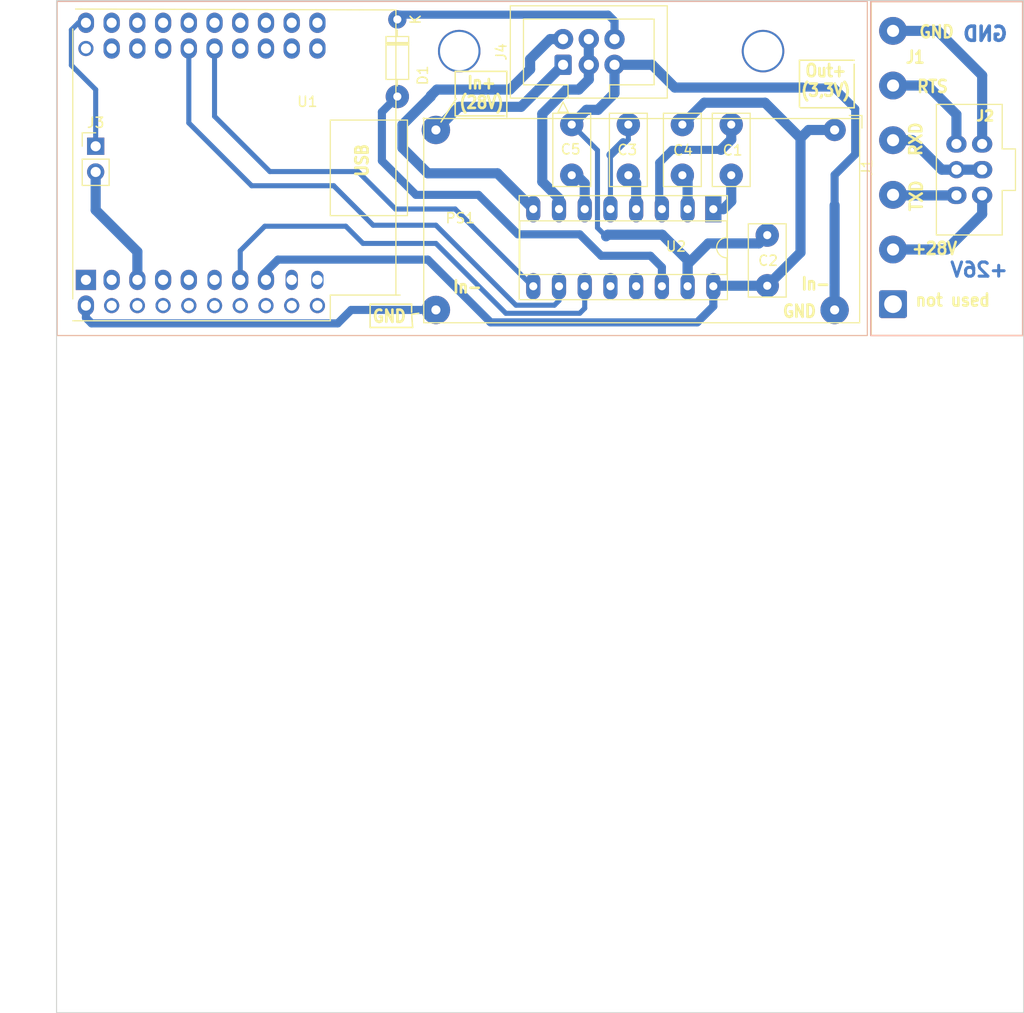
<source format=kicad_pcb>
(kicad_pcb (version 20211014) (generator pcbnew)
  (layers (0 "F.Cu" signal) (31 "B.Cu" signal) (34 "B.Paste" user) (35 "F.Paste" user) (36 "B.SilkS" user "B.Silkscreen") (37 "F.SilkS" user "F.Silkscreen") (38 "B.Mask" user) (39 "F.Mask" user) (44 "Edge.Cuts" user))
  (net 0 "")
  (net 1 "Net-(C1-Pad1)")
  (net 2 "Net-(C1-Pad2)")
  (net 3 "Net-(C3-Pad1)")
  (net 4 "Net-(C5-Pad2)")
  (net 5 "+3V3")
  (net 6 "Net-(C3-Pad2)")
  (net 7 "GND")
  (net 8 "Net-(C4-Pad2)")
  (net 9 "Net-(D1-Pad2)")
  (net 10 "+26V")
  (net 11 "Net-(J2-Pad6)")
  (net 12 "Net-(U1-Pad7)")
  (net 14 "Net-(U1-Pad25)")
  (net 15 "Net-(U1-Pad26)")
  (net 18 "Net-(D1-Pad1)")
  (net 51 "Net-(J1-Pad2)")
  (net 52 "Net-(J4-Pad2)")
  (net 53 "Net-(J4-Pad3)")
  (net 54 "Net-(J1-Pad3)")
  (net 55 "Net-(J1-Pad4)")
  (net 56 "Net-(J3-Pad2)")
  (footprint "Connector_Wire:SolderWire-1sqmm_1x06_P5.4mm_D1.4mm_OD2.7mm" (layer "F.Cu") (at 133.6 65 90)
    (fp_text reference "J1" (at 13.5 -2.58 90) (layer "F.SilkS"))
    (fp_text value "Conn_01x06_Male")
    (pad "1" thru_hole roundrect (at 0 0 90) (size 2.75 2.75) (drill 1.75) (layers *.Cu *.Mask) (roundrect_rratio 0.090909))
    (pad "2" thru_hole circle (at 5.4 0 90) (size 2.75 2.75) (drill 1.2) (layers *.Cu *.Mask) (net 51 "Net-(J1-Pad2)"))
    (pad "3" thru_hole circle (at 10.8 0 90) (size 2.75 2.75) (drill 1.2) (layers *.Cu *.Mask) (net 54 "Net-(J1-Pad3)"))
    (pad "4" thru_hole circle (at 16.2 0 90) (size 2.75 2.75) (drill 1.2) (layers *.Cu *.Mask) (net 55 "Net-(J1-Pad4)"))
    (pad "5" thru_hole circle (at 21.6 0 90) (size 2.75 2.75) (drill 1.2) (layers *.Cu *.Mask) (net 11 "Net-(J2-Pad6)"))
    (pad "6" thru_hole circle (at 27 0 90) (size 2.75 2.75) (drill 1.2) (layers *.Cu *.Mask) (net 7 "GND"))
  )
  (footprint "Connector_PinHeader_2.54mm:PinHeader_1x02_P2.54mm_Vertical" (layer "F.Cu") (at 54.8625 49.4)
    (fp_text reference "J3" (at 0 -2.33) (layer "F.SilkS"))
    (fp_text value "Conn_01x02_Male")
    (fp_line (start -1.33 3.87) (end 1.33 3.87) (layer "F.SilkS") (width 0.12))
    (fp_line (start -1.33 1.27) (end 1.33 1.27) (layer "F.SilkS") (width 0.12))
    (fp_line (start -1.33 -1.33) (end 0 -1.33) (layer "F.SilkS") (width 0.12))
    (fp_line (start -1.33 1.27) (end -1.33 3.87) (layer "F.SilkS") (width 0.12))
    (fp_line (start 1.33 1.27) (end 1.33 3.87) (layer "F.SilkS") (width 0.12))
    (fp_line (start -1.33 0) (end -1.33 -1.33) (layer "F.SilkS") (width 0.12))
    (pad "1" thru_hole rect (at 0 0) (size 1.7 1.7) (drill 1) (layers *.Cu *.Mask) (net 7 "GND"))
    (pad "2" thru_hole oval (at 0 2.54) (size 1.7 1.7) (drill 1) (layers *.Cu *.Mask) (net 56 "Net-(J3-Pad2)"))
  )
  (footprint "Capacitor_THT:C_Rect_L7.0mm_W3.5mm_P5.00mm" (layer "F.Cu") (at 101.8745 47.258 -90)
    (fp_text reference "C5" (at 2.442 0.112 180) (layer "F.SilkS"))
    (fp_text value "100nF")
    (fp_line (start 6.12 -1.87) (end 6.12 1.87) (layer "F.SilkS") (width 0.12))
    (fp_line (start -1.12 -1.87) (end -1.12 1.87) (layer "F.SilkS") (width 0.12))
    (fp_line (start -1.12 1.87) (end 6.12 1.87) (layer "F.SilkS") (width 0.12))
    (fp_line (start -1.12 -1.87) (end 6.12 -1.87) (layer "F.SilkS") (width 0.12))
    (pad "1" thru_hole circle (at 0 0 270) (size 2.3 2.3) (drill 0.8) (layers *.Cu *.Mask) (net 7 "GND"))
    (pad "2" thru_hole circle (at 5 0 270) (size 2.3 2.3) (drill 0.8) (layers *.Cu *.Mask) (net 4 "Net-(C5-Pad2)"))
  )
  (footprint "Diode_THT:D_DO-35_SOD27_P7.62mm_Horizontal" (layer "F.Cu") (at 84.6505 36.8675 -90)
    (fp_text reference "D1" (at 5.5325 -2.512 -270) (layer "F.SilkS"))
    (fp_text value "1N4148")
    (fp_text user "K" (at 0 -1.8 -270) (layer "F.SilkS"))
    (fp_line (start 5.93 1.12) (end 5.93 -1.12) (layer "F.SilkS") (width 0.12))
    (fp_line (start 1.04 0) (end 1.69 0) (layer "F.SilkS") (width 0.12))
    (fp_line (start 2.41 -1.12) (end 2.41 1.12) (layer "F.SilkS") (width 0.12))
    (fp_line (start 2.29 -1.12) (end 2.29 1.12) (layer "F.SilkS") (width 0.12))
    (fp_line (start 6.58 0) (end 5.93 0) (layer "F.SilkS") (width 0.12))
    (fp_line (start 2.53 -1.12) (end 2.53 1.12) (layer "F.SilkS") (width 0.12))
    (fp_line (start 1.69 -1.12) (end 1.69 1.12) (layer "F.SilkS") (width 0.12))
    (fp_line (start 1.69 1.12) (end 5.93 1.12) (layer "F.SilkS") (width 0.12))
    (fp_line (start 5.93 -1.12) (end 1.69 -1.12) (layer "F.SilkS") (width 0.12))
    (pad "1" thru_hole circle (at 0 0 270) (size 1.8 1.8) (drill 0.8) (layers *.Cu *.Mask) (net 18 "Net-(D1-Pad1)"))
    (pad "2" thru_hole circle (at 7.62 0 270) (size 2.3 2.3) (drill 0.8) (layers *.Cu *.Mask) (net 9 "Net-(D1-Pad2)"))
  )
  (footprint "ESP32_MC_Module:ESP32_D1_mini" (layer "F.Cu") (at 53.9 65.1425 90)
    (fp_text reference "U1" (at 20.1425 21.8625 180) (layer "F.SilkS"))
    (fp_text value "ESP32_D1_Mini Module")
    (fp_line (start 18.33 24.13) (end 18.33 31.75) (layer "F.SilkS") (width 0.12))
    (fp_line (start 8.89 24.13) (end 8.89 31.75) (layer "F.SilkS") (width 0.12))
    (fp_line (start -1.5 24.13) (end 1.04 24.13) (layer "F.SilkS") (width 0.12))
    (fp_line (start 1.04 24.13) (end 1.04 31.03) (layer "F.SilkS") (width 0.12))
    (fp_line (start 8.89 24.13) (end 18.33 24.13) (layer "F.SilkS") (width 0.12))
    (fp_line (start 1.04 30.61) (end 29.21 30.61) (layer "F.SilkS") (width 0.12))
    (fp_line (start -1.5 24.13) (end -1.5 -1.3) (layer "F.SilkS") (width 0.12))
    (fp_line (start 8.89 31.75) (end 18.33 31.75) (layer "F.SilkS") (width 0.12))
    (fp_line (start 27.34 -1.3) (end 0.66 -1.3) (layer "F.SilkS") (width 0.12))
    (fp_line (start 29.21 30.61) (end 29.3 -1.025) (layer "F.SilkS") (width 0.12))
    (pad "1" thru_hole rect (at 2.54 0 90) (size 2 2) (drill 1) (layers *.Cu *.Mask))
    (pad "2" thru_hole oval (at 2.54 2.54 90) (size 2 1.6) (drill 1) (layers *.Cu *.Mask))
    (pad "3" thru_hole oval (at 2.54 5.08 90) (size 2 1.6) (drill 1) (layers *.Cu *.Mask) (net 56 "Net-(J3-Pad2)"))
    (pad "4" thru_hole oval (at 2.54 7.62 90) (size 2 1.6) (drill 1) (layers *.Cu *.Mask))
    (pad "5" thru_hole oval (at 2.54 10.16 90) (size 2 1.6) (drill 1) (layers *.Cu *.Mask))
    (pad "6" thru_hole oval (at 2.54 12.7 90) (size 2 1.4) (drill 1) (layers *.Cu *.Mask))
    (pad "7" thru_hole oval (at 2.54 15.24 90) (size 2 1.6) (drill 1) (layers *.Cu *.Mask) (net 12 "Net-(U1-Pad7)"))
    (pad "8" thru_hole oval (at 2.54 17.78 90) (size 2 1.6) (drill 1) (layers *.Cu *.Mask) (net 5 "+3V3"))
    (pad "9" thru_hole oval (at 2.54 20.32 90) (size 2 1.2) (drill 1) (layers *.Cu *.Mask))
    (pad "10" thru_hole oval (at 2.54 22.86 90) (size 1.8 1.2) (drill 1) (layers *.Cu *.Mask))
    (pad "11" thru_hole oval (at 0 0 90) (size 2 1.6) (drill 1) (layers *.Cu *.Mask) (net 7 "GND"))
    (pad "12" thru_hole oval (at 0 2.54 90) (size 1.5 1.5) (drill 1) (layers *.Cu *.Mask))
    (pad "13" thru_hole oval (at 0 5.08 90) (size 1.5 1.5) (drill 1) (layers *.Cu *.Mask))
    (pad "14" thru_hole oval (at 0 7.62 90) (size 1.5 1.5) (drill 1) (layers *.Cu *.Mask))
    (pad "15" thru_hole oval (at 0 10.16 90) (size 1.5 1.5) (drill 1) (layers *.Cu *.Mask))
    (pad "16" thru_hole oval (at 0 12.7 90) (size 1.5 1.5) (drill 1) (layers *.Cu *.Mask))
    (pad "17" thru_hole oval (at 0 15.24 90) (size 1.5 1.5) (drill 1) (layers *.Cu *.Mask))
    (pad "18" thru_hole oval (at 0 17.78 90) (size 1.5 1.5) (drill 1) (layers *.Cu *.Mask))
    (pad "19" thru_hole oval (at 0 20.32 90) (size 1.5 1.5) (drill 1) (layers *.Cu *.Mask))
    (pad "20" thru_hole oval (at 0 22.86 90) (size 1.5 1.5) (drill 1) (layers *.Cu *.Mask))
    (pad "21" thru_hole oval (at 25.4 0 90) (size 1.5 1.5) (drill 1) (layers *.Cu *.Mask))
    (pad "22" thru_hole oval (at 25.4 2.54 90) (size 2 1.6) (drill 1) (layers *.Cu *.Mask))
    (pad "23" thru_hole oval (at 25.4 5.08 90) (size 2 1.6) (drill 1) (layers *.Cu *.Mask))
    (pad "24" thru_hole oval (at 25.4 7.62 90) (size 2 1.6) (drill 1) (layers *.Cu *.Mask))
    (pad "25" thru_hole oval (at 25.4 10.16 90) (size 2 1.6) (drill 1) (layers *.Cu *.Mask) (net 14 "Net-(U1-Pad25)"))
    (pad "26" thru_hole oval (at 25.4 12.7 90) (size 2 1.6) (drill 1) (layers *.Cu *.Mask) (net 15 "Net-(U1-Pad26)"))
    (pad "27" thru_hole oval (at 25.4 15.24 90) (size 2 1.6) (drill 1) (layers *.Cu *.Mask) (net 7 "GND"))
    (pad "28" thru_hole oval (at 25.4 17.78 90) (size 2 1.6) (drill 1) (layers *.Cu *.Mask))
    (pad "29" thru_hole oval (at 25.4 20.32 90) (size 2 1.6) (drill 1) (layers *.Cu *.Mask))
    (pad "30" thru_hole oval (at 25.4 22.86 90) (size 2 1.6) (drill 1) (layers *.Cu *.Mask))
    (pad "31" thru_hole oval (at 27.94 0 90) (size 2 1.6) (drill 1) (layers *.Cu *.Mask) (net 7 "GND"))
    (pad "32" thru_hole oval (at 27.94 2.54 90) (size 2 1.6) (drill 1) (layers *.Cu *.Mask))
    (pad "33" thru_hole oval (at 27.94 5.08 90) (size 2 1.6) (drill 1) (layers *.Cu *.Mask))
    (pad "34" thru_hole oval (at 27.94 7.62 90) (size 2 1.6) (drill 1) (layers *.Cu *.Mask))
    (pad "35" thru_hole oval (at 27.94 10.16 90) (size 2 1.6) (drill 1) (layers *.Cu *.Mask))
    (pad "36" thru_hole oval (at 27.94 12.7 90) (size 2 1.6) (drill 1) (layers *.Cu *.Mask))
    (pad "37" thru_hole oval (at 27.94 15.24 90) (size 2 1.6) (drill 1) (layers *.Cu *.Mask))
    (pad "38" thru_hole oval (at 27.94 17.78 90) (size 2 1.6) (drill 1) (layers *.Cu *.Mask))
    (pad "39" thru_hole oval (at 27.94 20.32 90) (size 2 1.6) (drill 1) (layers *.Cu *.Mask))
    (pad "40" thru_hole oval (at 27.94 22.86 90) (size 2 1.6) (drill 1) (layers *.Cu *.Mask))
  )
  (footprint "Capacitor_THT:C_Rect_L7.0mm_W3.5mm_P5.00mm" (layer "F.Cu") (at 107.4625 52.258 90)
    (fp_text reference "C3" (at 2.5 -0.1 180) (layer "F.SilkS"))
    (fp_text value "100nF")
    (fp_line (start -1.12 1.87) (end 6.12 1.87) (layer "F.SilkS") (width 0.12))
    (fp_line (start 6.12 -1.87) (end 6.12 1.87) (layer "F.SilkS") (width 0.12))
    (fp_line (start -1.12 -1.87) (end 6.12 -1.87) (layer "F.SilkS") (width 0.12))
    (fp_line (start -1.12 -1.87) (end -1.12 1.87) (layer "F.SilkS") (width 0.12))
    (pad "1" thru_hole circle (at 0 0 90) (size 2.3 2.3) (drill 0.8) (layers *.Cu *.Mask) (net 3 "Net-(C3-Pad1)"))
    (pad "2" thru_hole circle (at 5 0 90) (size 2.3 2.3) (drill 0.8) (layers *.Cu *.Mask) (net 6 "Net-(C3-Pad2)"))
  )
  (footprint "Connector_IDC:IDC-Header_2x03_P2.54mm_Vertical" (layer "F.Cu") (at 142.4 54.254 180)
    (fp_text reference "J2" (at -0.3 7.854 180) (layer "F.SilkS") (effects (font (thickness 0.25))))
    (fp_text value "Conn_02x03")
    (fp_line (start -1.98 4.59) (end -3.29 4.59) (layer "F.SilkS") (width 0.12))
    (fp_line (start -3.29 0.49) (end -3.29 4.59) (layer "F.SilkS") (width 0.12))
    (fp_line (start -1.98 4.59) (end -1.98 4.59) (layer "F.SilkS") (width 0.12))
    (fp_line (start -3.29 0.49) (end -1.98 0.49) (layer "F.SilkS") (width 0.12))
    (fp_line (start 4.52 -3.91) (end 4.52 8.99) (layer "F.SilkS") (width 0.12))
    (fp_line (start -1.98 8.99) (end -1.98 4.59) (layer "F.SilkS") (width 0.12))
    (fp_line (start 4.52 8.99) (end -1.98 8.99) (layer "F.SilkS") (width 0.12))
    (fp_line (start -1.98 -3.91) (end 4.52 -3.91) (layer "F.SilkS") (width 0.12))
    (fp_line (start -1.98 0.49) (end -1.98 -3.91) (layer "F.SilkS") (width 0.12))
    (pad "1" thru_hole oval (at 0 0 180) (size 2 1.7) (drill 1) (layers *.Cu *.Mask) (net 51 "Net-(J1-Pad2)"))
    (pad "2" thru_hole oval (at 2.54 0 180) (size 2 1.7) (drill 1) (layers *.Cu *.Mask) (net 54 "Net-(J1-Pad3)"))
    (pad "3" thru_hole oval (at 0 2.54 180) (size 2 1.7) (drill 1) (layers *.Cu *.Mask) (net 55 "Net-(J1-Pad4)"))
    (pad "4" thru_hole circle (at 2.54 2.54 180) (size 1.7 1.7) (drill 1) (layers *.Cu *.Mask) (net 55 "Net-(J1-Pad4)"))
    (pad "5" thru_hole oval (at 0 5.08 180) (size 2 1.7) (drill 1) (layers *.Cu *.Mask) (net 7 "GND"))
    (pad "6" thru_hole oval (at 2.54 5.08 180) (size 2 1.7) (drill 1) (layers *.Cu *.Mask) (net 11 "Net-(J2-Pad6)"))
  )
  (footprint "" (layer "F.Cu") (at 90.7625 40)
    (fp_text reference "" (at 0 0) (layer "F.SilkS") (effects (font (size 1.27 1.27))))
    (fp_text value "" (at 0 0) (layer "F.SilkS") (effects (font (size 1.27 1.27))))
    (pad "1" thru_hole circle (at 0 0 270) (size 4.2 4.2) (drill 3.8) (layers *.Cu *.Mask) (net 5 "+3V3"))
  )
  (footprint "Connector_IDC:IDC-Header_2x03_P2.54mm_Vertical" (layer "F.Cu") (at 101.0175 41.3525 90)
    (fp_text reference "J4" (at 1.27 -6.1 90) (layer "F.SilkS"))
    (fp_text value "Conn_02x03")
    (fp_line (start -3.29 10.29) (end -3.29 -5.21) (layer "F.SilkS") (width 0.12))
    (fp_line (start -1.98 4.59) (end -3.29 4.59) (layer "F.SilkS") (width 0.12))
    (fp_line (start 5.83 10.29) (end -3.29 10.29) (layer "F.SilkS") (width 0.12))
    (fp_line (start -1.98 8.99) (end -1.98 4.59) (layer "F.SilkS") (width 0.12))
    (fp_line (start -1.98 0.49) (end -1.98 -3.91) (layer "F.SilkS") (width 0.12))
    (fp_line (start -3.29 -5.21) (end 5.83 -5.21) (layer "F.SilkS") (width 0.12))
    (fp_line (start -4.68 -0.5) (end -4.68 0.5) (layer "F.SilkS") (width 0.12))
    (fp_line (start -3.68 0) (end -4.68 -0.5) (layer "F.SilkS") (width 0.12))
    (fp_line (start 4.52 -3.91) (end 4.52 8.99) (layer "F.SilkS") (width 0.12))
    (fp_line (start -4.68 0.5) (end -3.68 0) (layer "F.SilkS") (width 0.12))
    (fp_line (start -1.98 4.59) (end -1.98 4.59) (layer "F.SilkS") (width 0.12))
    (fp_line (start -3.29 0.49) (end -1.98 0.49) (layer "F.SilkS") (width 0.12))
    (fp_line (start 5.83 -5.21) (end 5.83 10.29) (layer "F.SilkS") (width 0.12))
    (fp_line (start 4.52 8.99) (end -1.98 8.99) (layer "F.SilkS") (width 0.12))
    (fp_line (start -1.98 -3.91) (end 4.52 -3.91) (layer "F.SilkS") (width 0.12))
    (pad "1" thru_hole roundrect (at 0 0 90) (size 2 1.7) (drill 1) (layers *.Cu *.Mask) (roundrect_rratio 0.147059) (net 10 "+26V"))
    (pad "2" thru_hole circle (at 2.54 0 90) (size 2 2) (drill 1) (layers *.Cu *.Mask) (net 52 "Net-(J4-Pad2)"))
    (pad "3" thru_hole circle (at 0 2.54 90) (size 2 2) (drill 1) (layers *.Cu *.Mask) (net 53 "Net-(J4-Pad3)"))
    (pad "4" thru_hole circle (at 2.54 2.54 90) (size 2 2) (drill 1) (layers *.Cu *.Mask) (net 53 "Net-(J4-Pad3)"))
    (pad "5" thru_hole circle (at 0 5.08 90) (size 2 2) (drill 1) (layers *.Cu *.Mask) (net 7 "GND"))
    (pad "6" thru_hole circle (at 2.54 5.08 90) (size 2 2) (drill 1) (layers *.Cu *.Mask) (net 18 "Net-(D1-Pad1)"))
  )
  (footprint "Capacitor_THT:C_Rect_L7.0mm_W3.5mm_P5.00mm" (layer "F.Cu") (at 117.6225 52.258 90)
    (fp_text reference "C1" (at 2.458 0.14 180) (layer "F.SilkS"))
    (fp_text value "100nF")
    (fp_line (start -1.12 -1.87) (end -1.12 1.87) (layer "F.SilkS") (width 0.12))
    (fp_line (start -1.12 -1.87) (end 6.12 -1.87) (layer "F.SilkS") (width 0.12))
    (fp_line (start 6.12 -1.87) (end 6.12 1.87) (layer "F.SilkS") (width 0.12))
    (fp_line (start -1.12 1.87) (end 6.12 1.87) (layer "F.SilkS") (width 0.12))
    (pad "1" thru_hole circle (at 0 0 90) (size 2.3 2.3) (drill 0.8) (layers *.Cu *.Mask) (net 1 "Net-(C1-Pad1)"))
    (pad "2" thru_hole circle (at 5 0 90) (size 2.3 2.3) (drill 0.8) (layers *.Cu *.Mask) (net 2 "Net-(C1-Pad2)"))
  )
  (footprint "Package_DIP:DIP-16_W7.62mm_Socket" (layer "F.Cu") (at 115.8545 55.61 -90)
    (fp_text reference "U2" (at 3.69 3.692 180) (layer "F.SilkS"))
    (fp_text value "MAX3232")
    (fp_line (start 1.16 19.11) (end 6.46 19.11) (layer "F.SilkS") (width 0.12))
    (fp_line (start -1.33 19.17) (end 8.95 19.17) (layer "F.SilkS") (width 0.12))
    (fp_line (start 6.46 -1.33) (end 4.81 -1.33) (layer "F.SilkS") (width 0.12))
    (fp_line (start 2.81 -1.33) (end 1.16 -1.33) (layer "F.SilkS") (width 0.12))
    (fp_line (start 8.95 -1.39) (end -1.33 -1.39) (layer "F.SilkS") (width 0.12))
    (fp_line (start 1.16 -1.33) (end 1.16 19.11) (layer "F.SilkS") (width 0.12))
    (fp_line (start 6.46 19.11) (end 6.46 -1.33) (layer "F.SilkS") (width 0.12))
    (fp_line (start 8.95 19.17) (end 8.95 -1.39) (layer "F.SilkS") (width 0.12))
    (fp_line (start -1.33 -1.39) (end -1.33 19.17) (layer "F.SilkS") (width 0.12))
    (fp_arc (start 4.81 -1.33) (mid 3.81 -0.33) (end 2.81 -1.33) (layer "F.SilkS") (width 0.12))
    (pad "1" thru_hole rect (at 0 0 270) (size 2.6 1.6) (drill 0.8) (layers *.Cu *.Mask) (net 1 "Net-(C1-Pad1)"))
    (pad "2" thru_hole oval (at 0 2.54 270) (size 2.6 1.4) (drill 0.8) (layers *.Cu *.Mask) (net 8 "Net-(C4-Pad2)"))
    (pad "3" thru_hole oval (at 0 5.08 270) (size 2.6 1.4) (drill 0.8) (layers *.Cu *.Mask) (net 2 "Net-(C1-Pad2)"))
    (pad "4" thru_hole oval (at 0 7.62 270) (size 2.6 1.4) (drill 0.8) (layers *.Cu *.Mask) (net 3 "Net-(C3-Pad1)"))
    (pad "5" thru_hole oval (at 0 10.16 270) (size 2.6 1.4) (drill 0.8) (layers *.Cu *.Mask) (net 6 "Net-(C3-Pad2)"))
    (pad "6" thru_hole oval (at 0 12.7 270) (size 2.6 1.4) (drill 0.8) (layers *.Cu *.Mask) (net 4 "Net-(C5-Pad2)"))
    (pad "7" thru_hole oval (at 0 15.24 270) (size 2.6 1.4) (drill 0.8) (layers *.Cu *.Mask) (net 53 "Net-(J4-Pad3)"))
    (pad "8" thru_hole oval (at 0 17.78 270) (size 2.6 1.4) (drill 0.8) (layers *.Cu *.Mask) (net 52 "Net-(J4-Pad2)"))
    (pad "9" thru_hole oval (at 7.62 17.78 270) (size 2.6 1.4) (drill 0.8) (layers *.Cu *.Mask) (net 15 "Net-(U1-Pad26)"))
    (pad "10" thru_hole oval (at 7.62 15.24 270) (size 2.6 1.4) (drill 0.8) (layers *.Cu *.Mask) (net 14 "Net-(U1-Pad25)"))
    (pad "11" thru_hole oval (at 7.62 12.7 270) (size 2.6 1.4) (drill 0.8) (layers *.Cu *.Mask) (net 12 "Net-(U1-Pad7)"))
    (pad "12" thru_hole oval (at 7.62 10.16 270) (size 2.6 1.4) (drill 0.8) (layers *.Cu *.Mask))
    (pad "13" thru_hole oval (at 7.62 7.62 270) (size 2.6 1.4) (drill 0.8) (layers *.Cu *.Mask))
    (pad "14" thru_hole oval (at 7.62 5.08 270) (size 2.6 1.4) (drill 0.8) (layers *.Cu *.Mask) (net 9 "Net-(D1-Pad2)"))
    (pad "15" thru_hole oval (at 7.62 2.54 270) (size 2.6 1.4) (drill 0.8) (layers *.Cu *.Mask) (net 7 "GND"))
    (pad "16" thru_hole oval (at 7.62 0 270) (size 2.6 1.4) (drill 0.8) (layers *.Cu *.Mask) (net 5 "+3V3"))
  )
  (footprint "Capacitor_THT:C_Rect_L7.0mm_W3.5mm_P5.00mm" (layer "F.Cu") (at 112.7965 47.258 -90)
    (fp_text reference "C4" (at 2.542 -0.066 180) (layer "F.SilkS"))
    (fp_text value "100nF")
    (fp_line (start -1.12 -1.87) (end -1.12 1.87) (layer "F.SilkS") (width 0.12))
    (fp_line (start -1.12 1.87) (end 6.12 1.87) (layer "F.SilkS") (width 0.12))
    (fp_line (start 6.12 -1.87) (end 6.12 1.87) (layer "F.SilkS") (width 0.12))
    (fp_line (start -1.12 -1.87) (end 6.12 -1.87) (layer "F.SilkS") (width 0.12))
    (pad "1" thru_hole circle (at 0 0 270) (size 2.3 2.3) (drill 0.8) (layers *.Cu *.Mask) (net 5 "+3V3"))
    (pad "2" thru_hole circle (at 5 0 270) (size 2.3 2.3) (drill 0.8) (layers *.Cu *.Mask) (net 8 "Net-(C4-Pad2)"))
  )
  (footprint "" (layer "F.Cu") (at 120.7625 40)
    (fp_text reference "" (at 0 0) (layer "F.SilkS") (effects (font (size 1.27 1.27))))
    (fp_text value "" (at 0 0) (layer "F.SilkS") (effects (font (size 1.27 1.27))))
    (pad "1" thru_hole circle (at 0 0 270) (size 4.2 4.2) (drill 3.8) (layers *.Cu *.Mask) (net 5 "+3V3"))
  )
  (footprint "ESP32_MC_Module:DCDC-StepDown-LM2596-THT" (layer "F.Cu") (at 127.8305 47.7895 -90)
    (fp_text reference "PS1" (at 8.7105 36.968 180) (layer "F.SilkS"))
    (fp_text value "StepDownModule-LM2596")
    (fp_line (start -1.13 -2.4) (end -1.13 40.64) (layer "F.SilkS") (width 0.12))
    (fp_line (start 19.05 -2.47) (end 19.05 40.57) (layer "F.SilkS") (width 0.12))
    (fp_line (start -1.43 -2.7) (end -1.43 -1.45) (layer "F.SilkS") (width 0.12))
    (fp_line (start -1.2 40.57) (end 19.05 40.57) (layer "F.SilkS") (width 0.12))
    (fp_line (start -0.18 -2.7) (end -1.43 -2.7) (layer "F.SilkS") (width 0.12))
    (fp_line (start -1.2 -2.47) (end 19.05 -2.47) (layer "F.SilkS") (width 0.12))
    (pad "1" thru_hole circle (at 0 0 270) (size 2.2 2.2) (drill 0.9) (layers *.Cu *.Mask) (net 5 "+3V3"))
    (pad "2" thru_hole circle (at 17.78 0 270) (size 2.8 2.8) (drill 0.9) (layers *.Cu *.Mask) (net 7 "GND"))
    (pad "3" thru_hole circle (at 0 39.37 270) (size 2.8 2.8) (drill 0.9) (layers *.Cu *.Mask) (net 10 "+26V"))
    (pad "4" thru_hole circle (at 17.78 39.37 270) (size 2.8 2.8) (drill 0.9) (layers *.Cu *.Mask) (net 7 "GND"))
  )
  (footprint "Capacitor_THT:C_Rect_L7.0mm_W3.5mm_P5.00mm" (layer "F.Cu") (at 121.1785 58.18 -90)
    (fp_text reference "C2" (at 2.52 -0.084 180) (layer "F.SilkS"))
    (fp_text value "100nF")
    (fp_line (start -1.12 -1.87) (end -1.12 1.87) (layer "F.SilkS") (width 0.12))
    (fp_line (start 6.12 -1.87) (end 6.12 1.87) (layer "F.SilkS") (width 0.12))
    (fp_line (start -1.12 1.87) (end 6.12 1.87) (layer "F.SilkS") (width 0.12))
    (fp_line (start -1.12 -1.87) (end 6.12 -1.87) (layer "F.SilkS") (width 0.12))
    (pad "1" thru_hole circle (at 0 0 270) (size 2.3 2.3) (drill 0.8) (layers *.Cu *.Mask) (net 7 "GND"))
    (pad "2" thru_hole circle (at 5 0 270) (size 2.3 2.3) (drill 0.8) (layers *.Cu *.Mask) (net 5 "+3V3"))
  )
  (gr_rect (start 51.0625 35.1) (end 131.0625 68.1) (layer "B.SilkS") (width 0.1) (fill none))
  (gr_rect (start 131.4 68.1) (end 146.4 35.1) (layer "B.SilkS") (width 0.15) (fill none))
  (gr_line (start 81.9625 67.3) (end 81.9625 65) (layer "F.SilkS") (width 0.15))
  (gr_line (start 90.3625 46.4) (end 95.2625 46.4) (layer "F.SilkS") (width 0.15))
  (gr_line (start 90.3625 44.7) (end 90.3625 42) (layer "F.SilkS") (width 0.15))
  (gr_line (start 129.7625 45.6) (end 129.7625 41.3) (layer "F.SilkS") (width 0.15))
  (gr_line (start 86.0625 65) (end 86.0625 65.8) (layer "F.SilkS") (width 0.15))
  (gr_line (start 90.3625 42) (end 95.4625 42) (layer "F.SilkS") (width 0.15))
  (gr_line (start 124.3625 45.5) (end 124.3625 40.9) (layer "F.SilkS") (width 0.15))
  (gr_line (start 86.0625 66) (end 86.7625 65.9) (layer "F.SilkS") (width 0.15))
  (gr_rect (start 51.0625 35.1) (end 131.0625 68.1) (layer "F.SilkS") (width 0.1) (fill none))
  (gr_line (start 81.9625 65) (end 86.0625 65) (layer "F.SilkS") (width 0.15))
  (gr_line (start 95.4625 42) (end 95.4625 46.5) (layer "F.SilkS") (width 0.15))
  (gr_line (start 124.3625 40.9) (end 129.7625 40.9) (layer "F.SilkS") (width 0.15))
  (gr_line (start 81.9625 67.3) (end 86.1625 67.3) (layer "F.SilkS") (width 0.15))
  (gr_line (start 90.4625 44.7) (end 88.9625 47) (layer "F.SilkS") (width 0.15))
  (gr_rect (start 131.4405 68.1) (end 146.4405 35.1) (layer "F.SilkS") (width 0.15) (fill none))
  (gr_line (start 124.4625 45.6) (end 129.7625 45.6) (layer "F.SilkS") (width 0.15))
  (gr_line (start 90.3625 45.1) (end 90.3625 46.4) (layer "F.SilkS") (width 0.15))
  (gr_line (start 86.1625 67.3) (end 86.0625 66) (layer "F.SilkS") (width 0.15))
  (gr_rect (start 51 35) (end 146.5 135) (layer "Edge.Cuts") (width 0.1) (fill none))
  (gr_text "+26V" (at 142.1 61.6) (layer "B.Cu") (effects (font (size 1.4 1.4) (thickness 0.3)) (justify mirror)))
  (gr_text "GND\n" (at 142.7 38.3) (layer "B.Cu") (effects (font (size 1.4 1.4) (thickness 0.35)) (justify mirror)))
  (gr_text "not used\n" (at 139.5 64.6) (layer "F.SilkS") (effects (font (size 1.2 1.1) (thickness 0.25))))
  (gr_text "+28V" (at 137.7 59.5) (layer "F.SilkS") (effects (font (size 1.2 1.1) (thickness 0.25))))
  (gr_text "In+\n(28V)" (at 92.9625 44.1) (layer "F.SilkS") (effects (font (size 1.2 1.05) (thickness 0.2625))))
  (gr_text "TXD" (at 135.9 54.3 90) (layer "F.SilkS") (effects (font (size 1.2 1.1) (thickness 0.25))))
  (gr_text "In-" (at 125.9625 63) (layer "F.SilkS") (effects (font (size 1.2 1.05) (thickness 0.2625))))
  (gr_text "J1" (at 135.8 40.6) (layer "F.SilkS") (effects (font (size 1.2 1.05) (thickness 0.25))))
  (gr_text "RTS" (at 137.5 43.5) (layer "F.SilkS") (effects (font (size 1.2 1.1) (thickness 0.25))))
  (gr_text "GND" (at 83.8625 66.2) (layer "F.SilkS") (effects (font (size 1.2 1.05) (thickness 0.2625))))
  (gr_text "GND" (at 124.3625 65.7) (layer "F.SilkS") (effects (font (size 1.2 1.05) (thickness 0.2625))))
  (gr_text "RXD" (at 135.85 48.7 90) (layer "F.SilkS") (effects (font (size 1.2 1.1) (thickness 0.25))))
  (gr_text "USB" (at 81.1625 50.8 90) (layer "F.SilkS") (effects (font (size 1.2 1.05) (thickness 0.2625))))
  (gr_text "GND\n" (at 137.9 38.1) (layer "F.SilkS") (effects (font (size 1.2 1.1) (thickness 0.25))))
  (gr_text "In-" (at 91.5625 63.3) (layer "F.SilkS") (effects (font (size 1.2 1.05) (thickness 0.2625))))
  (gr_text "Out+\n(3,3V)" (at 126.9625 42.9) (layer "F.SilkS") (effects (font (size 1.2 1.05) (thickness 0.2625))))
  (segment (start 115.8545 55.61) (end 116.8505 55.61) (width 1) (layer "B.Cu") (net 1))
  (segment (start 117.6225 54.838) (end 117.6225 52.258) (width 1) (layer "B.Cu") (net 1))
  (segment (start 116.8505 55.61) (end 117.6225 54.838) (width 1) (layer "B.Cu") (net 1))
  (segment (start 110.7645 55.6) (end 110.7745 55.61) (width 0.5) (layer "B.Cu") (net 2))
  (segment (start 110.5105 55.346) (end 110.7645 55.6) (width 0.8) (layer "B.Cu") (net 2))
  (segment (start 116.6065 49.758) (end 111.7805 49.758) (width 0.8) (layer "B.Cu") (net 2))
  (segment (start 110.5105 51.028) (end 110.5105 55.346) (width 0.8) (layer "B.Cu") (net 2))
  (segment (start 117.6225 47.258) (end 117.6225 48.742) (width 1) (layer "B.Cu") (net 2))
  (segment (start 117.6225 48.742) (end 116.6065 49.758) (width 1) (layer "B.Cu") (net 2))
  (segment (start 111.7805 49.758) (end 110.5105 51.028) (width 0.8) (layer "B.Cu") (net 2))
  (segment (start 108.2345 53.03) (end 107.4625 52.258) (width 1) (layer "B.Cu") (net 3))
  (segment (start 107.4625 52.258) (end 107.6765 52.258) (width 1) (layer "B.Cu") (net 3))
  (segment (start 108.2345 55.61) (end 108.2345 53.03) (width 1) (layer "B.Cu") (net 3))
  (segment (start 102.3425 52.258) (end 103.1545 53.07) (width 1) (layer "B.Cu") (net 4))
  (segment (start 101.8745 52.258) (end 102.3425 52.258) (width 1) (layer "B.Cu") (net 4))
  (segment (start 103.1545 53.07) (end 103.1545 55.61) (width 1) (layer "B.Cu") (net 4))
  (segment (start 115.8545 63.23) (end 115.8545 65.208) (width 0.8) (layer "B.Cu") (net 5))
  (segment (start 115.9045 63.18) (end 115.8545 63.23) (width 1) (layer "B.Cu") (net 5))
  (segment (start 112.7965 47.258) (end 114.9545 45.1) (width 1) (layer "B.Cu") (net 5))
  (segment (start 120.9625 45.1) (end 124.4625 48.6) (width 1) (layer "B.Cu") (net 5))
  (segment (start 114.2625 66.8) (end 93.8625 66.8) (width 0.8) (layer "B.Cu") (net 5))
  (segment (start 125.273 47.7895) (end 124.4625 48.6) (width 1) (layer "B.Cu") (net 5))
  (segment (start 71.4625 62.385) (end 71.68 62.6025) (width 0.8) (layer "B.Cu") (net 5))
  (segment (start 124.4625 48.6) (end 124.4625 59.896) (width 1) (layer "B.Cu") (net 5))
  (segment (start 124.4625 59.896) (end 121.1785 63.18) (width 1) (layer "B.Cu") (net 5))
  (segment (start 71.4625 62) (end 71.4625 62.385) (width 0.8) (layer "B.Cu") (net 5))
  (segment (start 114.9545 45.1) (end 120.9625 45.1) (width 1) (layer "B.Cu") (net 5))
  (segment (start 72.8625 60.6) (end 71.4625 62) (width 0.8) (layer "B.Cu") (net 5))
  (segment (start 121.1785 63.18) (end 115.9045 63.18) (width 1) (layer "B.Cu") (net 5))
  (segment (start 127.8305 47.7895) (end 125.273 47.7895) (width 1) (layer "B.Cu") (net 5))
  (segment (start 93.8625 66.8) (end 87.6625 60.6) (width 0.8) (layer "B.Cu") (net 5))
  (segment (start 87.6625 60.6) (end 72.8625 60.6) (width 0.8) (layer "B.Cu") (net 5))
  (segment (start 115.8545 65.208) (end 114.2625 66.8) (width 0.8) (layer "B.Cu") (net 5))
  (segment (start 107.4625 48.742) (end 107.4625 47.258) (width 0.5) (layer "B.Cu") (net 6))
  (segment (start 107.2085 48.996) (end 107.4625 48.742) (width 0.5) (layer "B.Cu") (net 6))
  (segment (start 105.6945 50.256) (end 106.9545 48.996) (width 0.8) (layer "B.Cu") (net 6))
  (segment (start 106.9545 48.996) (end 107.2085 48.996) (width 0.5) (layer "B.Cu") (net 6))
  (segment (start 105.6945 55.61) (end 105.6945 50.256) (width 0.5) (layer "B.Cu") (net 6))
  (segment (start 106.0975 44.165) (end 106.0975 41.3525) (width 1) (layer "B.Cu") (net 7))
  (segment (start 54.4625 66.9) (end 53.9 66.3375) (width 0.8) (layer "B.Cu") (net 7))
  (segment (start 105.4225 58.14) (end 110.8025 58.14) (width 1) (layer "B.Cu") (net 7))
  (segment (start 104.4625 45.8) (end 106.0975 44.165) (width 1) (layer "B.Cu") (net 7))
  (segment (start 129.8625 50.2) (end 129.8625 45.7) (width 0.8) (layer "B.Cu") (net 7))
  (segment (start 115.3625 59) (end 120.3585 59) (width 1) (layer "B.Cu") (net 7))
  (segment (start 80.093 65.5695) (end 78.7625 66.9) (width 0.8) (layer "B.Cu") (net 7))
  (segment (start 78.7625 66.9) (end 54.4625 66.9) (width 0.8) (layer "B.Cu") (net 7))
  (segment (start 127.8305 52.232) (end 129.8625 50.2) (width 0.8) (layer "B.Cu") (net 7))
  (segment (start 53.9 66.3375) (end 53.9 65.1425) (width 0.8) (layer "B.Cu") (net 7))
  (segment (start 105.2625 58.3) (end 104.4145 57.452) (width 0.5) (layer "B.Cu") (net 7))
  (segment (start 52.4625 41.4) (end 54.8625 43.8) (width 0.5) (layer "B.Cu") (net 7))
  (segment (start 88.4605 65.5695) (end 80.093 65.5695) (width 0.8) (layer "B.Cu") (net 7))
  (segment (start 127.8305 65.5695) (end 127.8305 55.232) (width 1) (layer "B.Cu") (net 7))
  (segment (start 138 38) (end 133.6 38) (width 1) (layer "B.Cu") (net 7))
  (segment (start 110.8025 58.14) (end 113.3145 60.652) (width 1) (layer "B.Cu") (net 7))
  (segment (start 101.8745 47.258) (end 103.3325 45.8) (width 1) (layer "B.Cu") (net 7))
  (segment (start 113.3145 61.048) (end 115.3625 59) (width 1) (layer "B.Cu") (net 7))
  (segment (start 120.3585 59) (end 121.1785 58.18) (width 1) (layer "B.Cu") (net 7))
  (segment (start 113.3145 63.23) (end 113.3145 61.048) (width 1) (layer "B.Cu") (net 7))
  (segment (start 103.3325 45.8) (end 104.4625 45.8) (width 1) (layer "B.Cu") (net 7))
  (segment (start 105.2625 58.3) (end 105.4225 58.14) (width 1) (layer "B.Cu") (net 7))
  (segment (start 124.6625 43.6) (end 112.0575 43.6) (width 1) (layer "B.Cu") (net 7))
  (segment (start 112.0575 43.6) (end 109.81 41.3525) (width 1) (layer "B.Cu") (net 7))
  (segment (start 127.7625 43.6) (end 124.6625 43.6) (width 0.8) (layer "B.Cu") (net 7))
  (segment (start 129.8625 45.7) (end 127.7625 43.6) (width 0.8) (layer "B.Cu") (net 7))
  (segment (start 53.16 37.2025) (end 52.4625 37.9) (width 0.5) (layer "B.Cu") (net 7))
  (segment (start 104.4145 57.452) (end 104.4145 49.798) (width 0.5) (layer "B.Cu") (net 7))
  (segment (start 53.9 37.2025) (end 53.16 37.2025) (width 0.5) (layer "B.Cu") (net 7))
  (segment (start 142.4 42.4) (end 138 38) (width 1) (layer "B.Cu") (net 7))
  (segment (start 104.4145 49.798) (end 101.8745 47.258) (width 0.5) (layer "B.Cu") (net 7))
  (segment (start 127.8305 55.232) (end 127.8305 52.232) (width 0.8) (layer "B.Cu") (net 7))
  (segment (start 113.3145 60.652) (end 113.3145 63.23) (width 1) (layer "B.Cu") (net 7))
  (segment (start 54.8625 43.8) (end 54.8625 49.4) (width 0.5) (layer "B.Cu") (net 7))
  (segment (start 109.81 41.3525) (end 106.0975 41.3525) (width 1) (layer "B.Cu") (net 7))
  (segment (start 142.4 49.174) (end 142.4 42.4) (width 1) (layer "B.Cu") (net 7))
  (segment (start 52.4625 37.9) (end 52.4625 41.4) (width 0.5) (layer "B.Cu") (net 7))
  (segment (start 113.3145 55.61) (end 113.3145 52.776) (width 1) (layer "B.Cu") (net 8))
  (segment (start 113.3145 52.776) (end 112.7965 52.258) (width 1) (layer "B.Cu") (net 8))
  (segment (start 92.6625 54.2) (end 86.489 54.2) (width 0.8) (layer "B.Cu") (net 9))
  (segment (start 83.1265 50.8375) (end 83.1265 46.0115) (width 0.8) (layer "B.Cu") (net 9))
  (segment (start 104.7795 60.217) (end 102.6625 58.1) (width 0.8) (layer "B.Cu") (net 9))
  (segment (start 86.489 54.2) (end 83.1265 50.8375) (width 0.8) (layer "B.Cu") (net 9))
  (segment (start 83.1265 46.0115) (end 84.6505 44.4875) (width 0.8) (layer "B.Cu") (net 9))
  (segment (start 110.7745 63.23) (end 110.7745 61.3505) (width 0.8) (layer "B.Cu") (net 9))
  (segment (start 110.7745 61.3505) (end 109.641 60.217) (width 0.8) (layer "B.Cu") (net 9))
  (segment (start 109.641 60.217) (end 104.7795 60.217) (width 0.8) (layer "B.Cu") (net 9))
  (segment (start 102.6625 58.1) (end 96.5625 58.1) (width 0.8) (layer "B.Cu") (net 9))
  (segment (start 96.5625 58.1) (end 92.6625 54.2) (width 0.8) (layer "B.Cu") (net 9))
  (segment (start 96.8665 45.5035) (end 101.0175 41.3525) (width 1) (layer "B.Cu") (net 10))
  (segment (start 88.4605 47.7895) (end 90.7465 45.5035) (width 1) (layer "B.Cu") (net 10))
  (segment (start 90.7465 45.5035) (end 96.8665 45.5035) (width 1) (layer "B.Cu") (net 10))
  (segment (start 137 43.4) (end 133.6 43.4) (width 1) (layer "B.Cu") (net 11))
  (segment (start 139.86 46.26) (end 137 43.4) (width 1) (layer "B.Cu") (net 11))
  (segment (start 139.86 49.174) (end 139.86 46.26) (width 1) (layer "B.Cu") (net 11))
  (segment (start 102.6625 65.9) (end 103.1545 65.408) (width 0.5) (layer "B.Cu") (net 12))
  (segment (start 79.5625 57.3) (end 81.2625 59) (width 0.5) (layer "B.Cu") (net 12))
  (segment (start 71.5625 57.3) (end 79.5625 57.3) (width 0.5) (layer "B.Cu") (net 12))
  (segment (start 81.2625 59) (end 88.4625 59) (width 0.5) (layer "B.Cu") (net 12))
  (segment (start 69.14 59.7225) (end 71.5625 57.3) (width 0.5) (layer "B.Cu") (net 12))
  (segment (start 103.1545 65.408) (end 103.1545 63.23) (width 0.5) (layer "B.Cu") (net 12))
  (segment (start 88.4625 59) (end 95.3625 65.9) (width 0.5) (layer "B.Cu") (net 12))
  (segment (start 95.3625 65.9) (end 102.6625 65.9) (width 0.5) (layer "B.Cu") (net 12))
  (segment (start 69.14 62.6025) (end 69.14 59.7225) (width 0.5) (layer "B.Cu") (net 12))
  (segment (start 82.2625 57.2) (end 78.3625 53.3) (width 0.5) (layer "B.Cu") (net 14))
  (segment (start 100.6145 64.648) (end 100.1625 65.1) (width 0.5) (layer "B.Cu") (net 14))
  (segment (start 100.6145 63.23) (end 100.6145 64.648) (width 0.5) (layer "B.Cu") (net 14))
  (segment (start 78.3625 53.3) (end 70.2625 53.3) (width 0.5) (layer "B.Cu") (net 14))
  (segment (start 96.3625 65.1) (end 88.4625 57.2) (width 0.5) (layer "B.Cu") (net 14))
  (segment (start 70.2625 53.3) (end 64.06 47.0975) (width 0.5) (layer "B.Cu") (net 14))
  (segment (start 64.06 47.0975) (end 64.06 39.7425) (width 0.5) (layer "B.Cu") (net 14))
  (segment (start 100.1625 65.1) (end 96.3625 65.1) (width 0.5) (layer "B.Cu") (net 14))
  (segment (start 88.4625 57.2) (end 82.2625 57.2) (width 0.5) (layer "B.Cu") (net 14))
  (segment (start 90.3625 55.6) (end 84.4625 55.6) (width 0.5) (layer "B.Cu") (net 15))
  (segment (start 97.9925 63.23) (end 90.3625 55.6) (width 0.5) (layer "B.Cu") (net 15))
  (segment (start 66.6 46.4375) (end 66.6 39.7425) (width 0.5) (layer "B.Cu") (net 15))
  (segment (start 84.4625 55.6) (end 80.7625 51.9) (width 0.5) (layer "B.Cu") (net 15))
  (segment (start 80.7625 51.9) (end 72.0625 51.9) (width 0.5) (layer "B.Cu") (net 15))
  (segment (start 98.0745 63.23) (end 97.9925 63.23) (width 0.5) (layer "B.Cu") (net 15))
  (segment (start 72.0625 51.9) (end 66.6 46.4375) (width 0.5) (layer "B.Cu") (net 15))
  (segment (start 105.4625 36.4) (end 106.0975 37.035) (width 0.8) (layer "B.Cu") (net 18))
  (segment (start 84.6505 36.676) (end 84.6505 36.8675) (width 0.8) (layer "B.Cu") (net 18))
  (segment (start 106.0975 37.035) (end 106.0975 38.8125) (width 0.8) (layer "B.Cu") (net 18))
  (segment (start 84.9265 36.4) (end 84.6505 36.676) (width 0.8) (layer "B.Cu") (net 18))
  (segment (start 105.4625 36.4) (end 84.9265 36.4) (width 0.8) (layer "B.Cu") (net 18))
  (segment (start 142.4 54.254) (end 142.4 56.1) (width 1) (layer "B.Cu") (net 51))
  (segment (start 142.4 56.1) (end 138.9 59.6) (width 1) (layer "B.Cu") (net 51))
  (segment (start 138.9 59.6) (end 133.6 59.6) (width 1) (layer "B.Cu") (net 51))
  (segment (start 97.7625 40.8) (end 97.7625 41.8) (width 1) (layer "B.Cu") (net 52))
  (segment (start 87.9525 44.4875) (end 85.1585 47.2815) (width 1) (layer "B.Cu") (net 52))
  (segment (start 99.75 38.8125) (end 97.7625 40.8) (width 1) (layer "B.Cu") (net 52))
  (segment (start 85.1585 47.2815) (end 85.1585 49.5675) (width 1) (layer "B.Cu") (net 52))
  (segment (start 88.5625 43.8) (end 87.9525 44.41) (width 1) (layer "B.Cu") (net 52))
  (segment (start 85.1585 49.5675) (end 87.6635 52.0725) (width 1) (layer "B.Cu") (net 52))
  (segment (start 97.7625 41.8) (end 95.7625 43.8) (width 1) (layer "B.Cu") (net 52))
  (segment (start 95.7625 43.8) (end 88.5625 43.8) (width 1) (layer "B.Cu") (net 52))
  (segment (start 101.0175 38.8125) (end 99.75 38.8125) (width 1) (layer "B.Cu") (net 52))
  (segment (start 87.6635 52.0725) (end 94.537 52.0725) (width 1) (layer "B.Cu") (net 52))
  (segment (start 94.537 52.0725) (end 98.0745 55.61) (width 1) (layer "B.Cu") (net 52))
  (segment (start 87.9525 44.41) (end 87.9525 44.4875) (width 1) (layer "B.Cu") (net 52))
  (segment (start 100.6145 54.552) (end 98.9625 52.9) (width 1) (layer "B.Cu") (net 53))
  (segment (start 103.5575 42.805) (end 103.5575 41.3525) (width 1) (layer "B.Cu") (net 53))
  (segment (start 103.5575 41.3525) (end 103.5575 38.8125) (width 1) (layer "B.Cu") (net 53))
  (segment (start 98.9625 52.9) (end 98.9625 46.2) (width 1) (layer "B.Cu") (net 53))
  (segment (start 100.6145 55.61) (end 100.6145 54.552) (width 1) (layer "B.Cu") (net 53))
  (segment (start 98.9625 46.2) (end 101.3625 43.8) (width 1) (layer "B.Cu") (net 53))
  (segment (start 102.5625 43.8) (end 103.5575 42.805) (width 1) (layer "B.Cu") (net 53))
  (segment (start 101.3625 43.8) (end 102.5625 43.8) (width 1) (layer "B.Cu") (net 53))
  (segment (start 139.86 54.254) (end 133.654 54.254) (width 1) (layer "B.Cu") (net 54))
  (segment (start 133.654 54.254) (end 133.6 54.2) (width 1) (layer "B.Cu") (net 54))
  (segment (start 135.5 48.8) (end 133.6 48.8) (width 1) (layer "B.Cu") (net 55))
  (segment (start 138.414 51.714) (end 135.5 48.8) (width 1) (layer "B.Cu") (net 55))
  (segment (start 139.86 51.714) (end 138.414 51.714) (width 1) (layer "B.Cu") (net 55))
  (segment (start 142.4 51.714) (end 139.86 51.714) (width 1) (layer "B.Cu") (net 55))
  (segment (start 58.98 62.6025) (end 58.98 59.8175) (width 1) (layer "B.Cu") (net 56))
  (segment (start 58.98 59.8175) (end 54.8625 55.7) (width 1) (layer "B.Cu") (net 56))
  (segment (start 54.8625 55.7) (end 54.8625 51.94) (width 1) (layer "B.Cu") (net 56))
)
</source>
